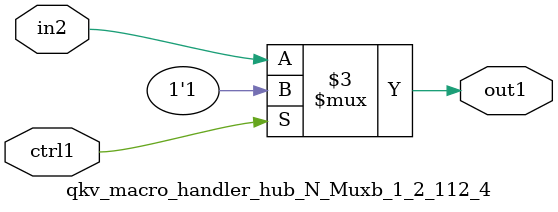
<source format=v>

`timescale 1ps / 1ps


module qkv_macro_handler_hub_N_Muxb_1_2_112_4( in2, ctrl1, out1 );

    input in2;
    input ctrl1;
    output out1;
    reg out1;

    
    // rtl_process:qkv_macro_handler_hub_N_Muxb_1_2_112_4/qkv_macro_handler_hub_N_Muxb_1_2_112_4_thread_1
    always @*
      begin : qkv_macro_handler_hub_N_Muxb_1_2_112_4_thread_1
        case (ctrl1) 
          1'b1: 
            begin
              out1 = 1'b1;
            end
          default: 
            begin
              out1 = in2;
            end
        endcase
      end

endmodule





</source>
